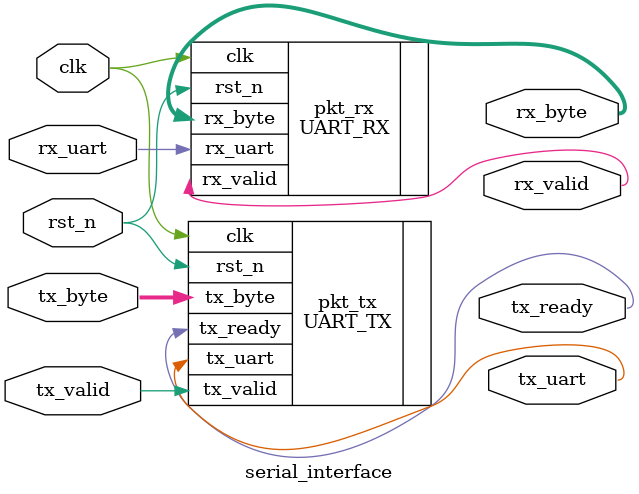
<source format=sv>
module serial_interface(
    input clk,
    input rst_n,

    input rx_uart,
    output [7:0] rx_byte,
    output rx_valid,

    output tx_uart,
    input [7:0] tx_byte,
    input tx_valid,
    output tx_ready
);

    UART_RX #(
        .CLKS_PER_BIT(869)
    ) pkt_rx (
        .clk(clk),
        .rst_n(rst_n),
        .rx_uart(rx_uart),
        .rx_byte(rx_byte),
        .rx_valid(rx_valid)
    );

    UART_TX #(
        .CLKS_PER_BIT(869)
    ) pkt_tx (
        .clk(clk),
        .rst_n(rst_n),
        .tx_byte(tx_byte),
        .tx_valid(tx_valid),
        .tx_uart(tx_uart),
        .tx_ready(tx_ready)
    );

endmodule
</source>
